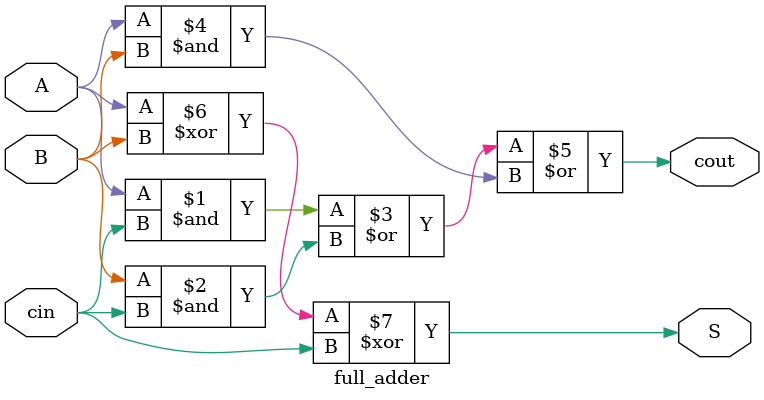
<source format=v>
`timescale 1ns / 1ps


module full_adder(
    input A,
    input B,
    input cin,
    output S,
    output cout
    );
    assign cout = (A&cin)| (B&cin)|(A&B);
    assign S = A^B^cin;
endmodule

</source>
